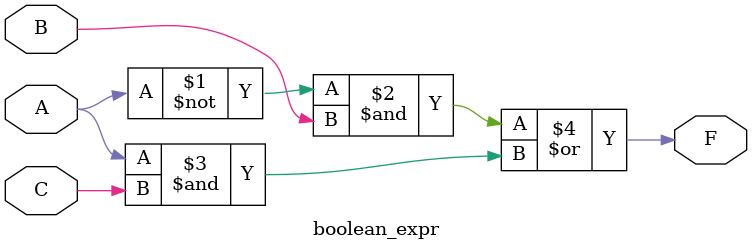
<source format=v>
`timescale 1ns / 1ps

module boolean_expr(
input A,
input B,
input C,
output F
);
assign F = (~A & B) | (A & C);
endmodule

</source>
